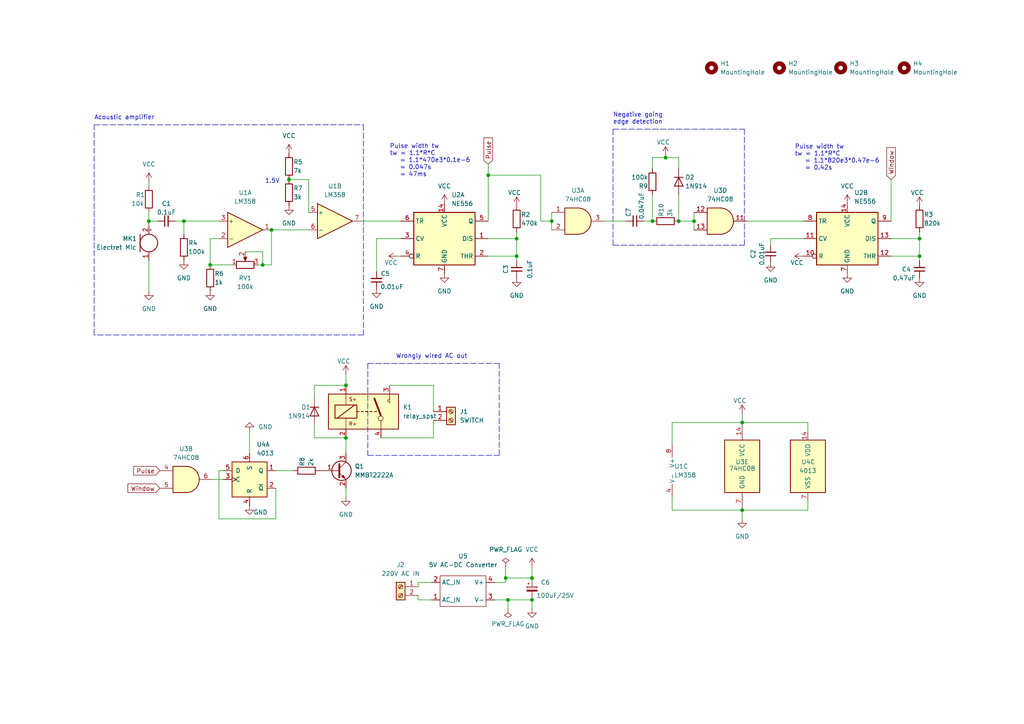
<source format=kicad_sch>
(kicad_sch (version 20231120) (generator "eeschema") (generator_version "8.0")
  (paper "A4")
  (title_block (title "Clap clap on/off switch") (date "2022-05-23") (rev "1.1") (company "Designed by Byoungsoo Lee") (comment 1 "Design changed for using 74HC08 AND gates") (comment 2 "v1.1"))
  (lib_symbols
    (symbol "4xxx:4013" (pin_names (offset 1.016))
      (property "Reference" "U" (at -7.62 8.89 0))
      (property "Value" "4013" (at -7.62 -8.89 0))
      (symbol "4013_1_1"
        (rectangle (start -5.08 5.08) (end 5.08 -5.08) (stroke (width 0.254)) (fill (type background)))
        (pin output line (at 7.62 2.54 180) (length 2.54) (name "Q") (number "1"))
        (pin output line (at 7.62 -2.54 180) (length 2.54) (name "~{Q}") (number "2"))
        (pin input clock (at -7.62 0 0) (length 2.54) (name "C") (number "3"))
        (pin input line (at 0 -7.62 90) (length 2.54) (name "R") (number "4"))
        (pin input line (at -7.62 2.54 0) (length 2.54) (name "D") (number "5"))
        (pin input line (at 0 7.62 270) (length 2.54) (name "S") (number "6"))
      )
      (symbol "4013_2_1"
        (rectangle (start -5.08 5.08) (end 5.08 -5.08) (stroke (width 0.254)) (fill (type background)))
        (pin input line (at 0 -7.62 90) (length 2.54) (name "R") (number "10"))
        (pin input clock (at -7.62 0 0) (length 2.54) (name "C") (number "11"))
        (pin output line (at 7.62 -2.54 180) (length 2.54) (name "~{Q}") (number "12"))
        (pin output line (at 7.62 2.54 180) (length 2.54) (name "Q") (number "13"))
        (pin input line (at 0 7.62 270) (length 2.54) (name "S") (number "8"))
        (pin input line (at -7.62 2.54 0) (length 2.54) (name "D") (number "9"))
      )
      (symbol "4013_3_0"
        (pin power_in line (at 0 10.16 270) (length 2.54) (name "VDD") (number "14"))
        (pin power_in line (at 0 -10.16 90) (length 2.54) (name "VSS") (number "7"))
      )
      (symbol "4013_3_1"
        (rectangle (start -5.08 7.62) (end 5.08 -7.62) (stroke (width 0.254)) (fill (type background)))
      )
    )
    (symbol "Amplifier_Operational:LM358" (pin_names (offset 0.127))
      (property "Reference" "U" (at 0 5.08 0))
      (property "Value" "LM358" (at 0 -5.08 0))
      (symbol "LM358_1_1"
        (polyline (pts (xy -5.08 5.08) (xy 5.08 0) (xy -5.08 -5.08) (xy -5.08 5.08)) (stroke (width 0.254)) (fill (type background)))
        (pin output line (at 7.62 0 180) (length 2.54) (name "~") (number "1"))
        (pin input line (at -7.62 -2.54 0) (length 2.54) (name "-") (number "2"))
        (pin input line (at -7.62 2.54 0) (length 2.54) (name "+") (number "3"))
      )
      (symbol "LM358_2_1"
        (polyline (pts (xy -5.08 5.08) (xy 5.08 0) (xy -5.08 -5.08) (xy -5.08 5.08)) (stroke (width 0.254)) (fill (type background)))
        (pin input line (at -7.62 2.54 0) (length 2.54) (name "+") (number "5"))
        (pin input line (at -7.62 -2.54 0) (length 2.54) (name "-") (number "6"))
        (pin output line (at 7.62 0 180) (length 2.54) (name "~") (number "7"))
      )
      (symbol "LM358_3_1"
        (pin power_in line (at -2.54 -7.62 90) (length 3.81) (name "V-") (number "4"))
        (pin power_in line (at -2.54 7.62 270) (length 3.81) (name "V+") (number "8"))
      )
    )
    (symbol "Connector:Screw_Terminal_01x02" (pin_names (offset 1.016) hide)
      (property "Reference" "J" (at 0 2.54 0))
      (property "Value" "Screw_Terminal_01x02" (at 0 -5.08 0))
      (symbol "Screw_Terminal_01x02_1_1"
        (rectangle (start -1.27 1.27) (end 1.27 -3.81) (stroke (width 0.254)) (fill (type background)))
        (circle (center 0 -2.54) (radius 0.635) (stroke (width 0.1524)))
        (polyline (pts (xy -0.5334 -2.2098) (xy 0.3302 -3.048)) (stroke (width 0.1524)))
        (polyline (pts (xy -0.5334 0.3302) (xy 0.3302 -0.508)) (stroke (width 0.1524)))
        (polyline (pts (xy -0.3556 -2.032) (xy 0.508 -2.8702)) (stroke (width 0.1524)))
        (polyline (pts (xy -0.3556 0.508) (xy 0.508 -0.3302)) (stroke (width 0.1524)))
        (circle (center 0 0) (radius 0.635) (stroke (width 0.1524)))
        (pin passive line (at -5.08 0 0) (length 3.81) (name "Pin_1") (number "1"))
        (pin passive line (at -5.08 -2.54 0) (length 3.81) (name "Pin_2") (number "2"))
      )
    )
    (symbol "Device:C_Polarized_Small" (pin_numbers hide) (pin_names (offset 0.254) hide)
      (property "Reference" "C" (at 0.254 1.778 0))
      (property "Value" "C_Polarized_Small" (at 0.254 -2.032 0))
      (symbol "C_Polarized_Small_0_1"
        (rectangle (start -1.524 -0.3048) (end 1.524 -0.6858) (fill (type outline)))
        (rectangle (start -1.524 0.6858) (end 1.524 0.3048))
        (polyline (pts (xy -1.27 1.524) (xy -0.762 1.524)))
        (polyline (pts (xy -1.016 1.27) (xy -1.016 1.778)))
      )
      (symbol "C_Polarized_Small_1_1"
        (pin passive line (at 0 2.54 270) (length 1.8542) (name "~") (number "1"))
        (pin passive line (at 0 -2.54 90) (length 1.8542) (name "~") (number "2"))
      )
    )
    (symbol "Device:C_Small" (pin_numbers hide) (pin_names (offset 0.254) hide)
      (property "Reference" "C" (at 0.254 1.778 0))
      (property "Value" "C_Small" (at 0.254 -2.032 0))
      (symbol "C_Small_0_1"
        (polyline (pts (xy -1.524 -0.508) (xy 1.524 -0.508)) (stroke (width 0.3302)))
        (polyline (pts (xy -1.524 0.508) (xy 1.524 0.508)) (stroke (width 0.3048)))
      )
      (symbol "C_Small_1_1"
        (pin passive line (at 0 2.54 270) (length 2.032) (name "~") (number "1"))
        (pin passive line (at 0 -2.54 90) (length 2.032) (name "~") (number "2"))
      )
    )
    (symbol "Device:Microphone" (pin_names (offset 0.0254) hide)
      (property "Reference" "MK" (at -3.81 1.27 0))
      (property "Value" "Microphone" (at -3.81 -0.635 0))
      (symbol "Microphone_0_1"
        (polyline (pts (xy -2.54 2.54) (xy -2.54 -2.54)) (stroke (width 0.254)))
        (polyline (pts (xy 0.254 3.81) (xy 0.762 3.81)))
        (polyline (pts (xy 0.508 4.064) (xy 0.508 3.556)))
        (circle (center 0 0) (radius 2.54) (stroke (width 0.254)))
      )
      (symbol "Microphone_1_1"
        (pin passive line (at 0 -5.08 90) (length 2.54) (name "-") (number "1"))
        (pin passive line (at 0 5.08 270) (length 2.54) (name "+") (number "2"))
      )
    )
    (symbol "Device:Q_NPN_BEC" (pin_names (offset 0) hide)
      (property "Reference" "Q" (at 5.08 1.27 0))
      (property "Value" "Q_NPN_BEC" (at 5.08 -1.27 0))
      (symbol "Q_NPN_BEC_0_1"
        (polyline (pts (xy 0.635 0.635) (xy 2.54 2.54)))
        (polyline (pts (xy 0.635 -0.635) (xy 2.54 -2.54) (xy 2.54 -2.54)))
        (polyline (pts (xy 0.635 1.905) (xy 0.635 -1.905) (xy 0.635 -1.905)) (stroke (width 0.508)))
        (polyline (pts (xy 1.27 -1.778) (xy 1.778 -1.27) (xy 2.286 -2.286) (xy 1.27 -1.778) (xy 1.27 -1.778)) (fill (type outline)))
        (circle (center 1.27 0) (radius 2.8194) (stroke (width 0.254)))
      )
      (symbol "Q_NPN_BEC_1_1"
        (pin input line (at -5.08 0 0) (length 5.715) (name "B") (number "1"))
        (pin passive line (at 2.54 -5.08 90) (length 2.54) (name "E") (number "2"))
        (pin passive line (at 2.54 5.08 270) (length 2.54) (name "C") (number "3"))
      )
    )
    (symbol "Device:R" (pin_numbers hide) (pin_names (offset 0))
      (property "Reference" "R" (at 2.032 0 90))
      (property "Value" "R" (at 0 0 90))
      (symbol "R_0_1"
        (rectangle (start -1.016 -2.54) (end 1.016 2.54) (stroke (width 0.254)))
      )
      (symbol "R_1_1"
        (pin passive line (at 0 3.81 270) (length 1.27) (name "~") (number "1"))
        (pin passive line (at 0 -3.81 90) (length 1.27) (name "~") (number "2"))
      )
    )
    (symbol "Device:R_Potentiometer" (pin_names (offset 1.016) hide)
      (property "Reference" "RV" (at -4.445 0 90))
      (property "Value" "R_Potentiometer" (at -2.54 0 90))
      (symbol "R_Potentiometer_0_1"
        (polyline (pts (xy 2.54 0) (xy 1.524 0)))
        (polyline (pts (xy 1.143 0) (xy 2.286 0.508) (xy 2.286 -0.508) (xy 1.143 0)) (fill (type outline)))
        (rectangle (start 1.016 2.54) (end -1.016 -2.54) (stroke (width 0.254)))
      )
      (symbol "R_Potentiometer_1_1"
        (pin passive line (at 0 3.81 270) (length 1.27) (name "1") (number "1"))
        (pin passive line (at 3.81 0 180) (length 1.27) (name "2") (number "2"))
        (pin passive line (at 0 -3.81 90) (length 1.27) (name "3") (number "3"))
      )
    )
    (symbol "Diode:1N914" (pin_numbers hide) (pin_names (offset 1.016) hide)
      (property "Reference" "D" (at 0 2.54 0))
      (property "Value" "1N914" (at 0 -2.54 0))
      (symbol "1N914_0_1"
        (polyline (pts (xy -1.27 1.27) (xy -1.27 -1.27)) (stroke (width 0.254)))
        (polyline (pts (xy 1.27 0) (xy -1.27 0)))
        (polyline (pts (xy 1.27 1.27) (xy 1.27 -1.27) (xy -1.27 0) (xy 1.27 1.27)) (stroke (width 0.254)))
      )
      (symbol "1N914_1_1"
        (pin passive line (at -3.81 0 0) (length 2.54) (name "K") (number "1"))
        (pin passive line (at 3.81 0 180) (length 2.54) (name "A") (number "2"))
      )
    )
    (symbol "Mechanical:MountingHole" (pin_names (offset 1.016))
      (property "Reference" "H" (at 0 5.08 0))
      (property "Value" "MountingHole" (at 0 3.175 0))
      (symbol "MountingHole_0_1"
        (circle (center 0 0) (radius 1.27) (stroke (width 1.27)))
      )
    )
    (symbol "Timer:NE556"
      (property "Reference" "U" (at -10.16 8.89 0))
      (property "Value" "NE556" (at -10.16 -8.89 0))
      (symbol "NE556_0_0"
        (pin power_in line (at 0 10.16 270) (length 2.54) (name "VCC") (number "14"))
        (pin power_in line (at 0 -10.16 90) (length 2.54) (name "GND") (number "7"))
      )
      (symbol "NE556_0_1"
        (rectangle (start -8.89 -7.62) (end 8.89 7.62) (stroke (width 0.254)) (fill (type background)))
        (rectangle (start -8.89 -7.62) (end 8.89 7.62) (stroke (width 0.254)) (fill (type background)))
      )
      (symbol "NE556_1_1"
        (pin input line (at 12.7 0 180) (length 3.81) (name "DIS") (number "1"))
        (pin input line (at 12.7 -5.08 180) (length 3.81) (name "THR") (number "2"))
        (pin input line (at -12.7 0 0) (length 3.81) (name "CV") (number "3"))
        (pin input inverted (at -12.7 -5.08 0) (length 3.81) (name "R") (number "4"))
        (pin output line (at 12.7 5.08 180) (length 3.81) (name "Q") (number "5"))
        (pin input line (at -12.7 5.08 0) (length 3.81) (name "TR") (number "6"))
      )
      (symbol "NE556_2_1"
        (pin input inverted (at -12.7 -5.08 0) (length 3.81) (name "R") (number "10"))
        (pin input line (at -12.7 0 0) (length 3.81) (name "CV") (number "11"))
        (pin input line (at 12.7 -5.08 180) (length 3.81) (name "THR") (number "12"))
        (pin input line (at 12.7 0 180) (length 3.81) (name "DIS") (number "13"))
        (pin input line (at -12.7 5.08 0) (length 3.81) (name "TR") (number "8"))
        (pin output line (at 12.7 5.08 180) (length 3.81) (name "Q") (number "9"))
      )
    )
    (symbol "alib:74HC08" (pin_names (offset 1.016))
      (property "Reference" "U" (at 0 1.27 0))
      (property "Value" "74HC08" (at 0 -0.635 0))
      (symbol "74HC08_1_1"
        (arc (start 0 -3.81) (mid 3.7934 0) (end 0 3.81) (stroke (width 0.254)) (fill (type background)))
        (polyline (pts (xy 0 3.81) (xy -3.81 3.81) (xy -3.81 -3.81) (xy 0 -3.81)) (stroke (width 0.254)) (fill (type background)))
        (pin input line (at -7.62 2.54 0) (length 3.81) (name "~") (number "1"))
        (pin input line (at -7.62 -2.54 0) (length 3.81) (name "~") (number "2"))
        (pin output line (at 7.62 0 180) (length 3.81) (name "~") (number "3"))
      )
      (symbol "74HC08_1_2"
        (arc (start -3.81 -3.81) (mid -2.589 0) (end -3.81 3.81) (stroke (width 0.254)))
        (arc (start -0.6096 -3.81) (mid 2.1855 -2.584) (end 3.81 0) (stroke (width 0.254)) (fill (type background)))
        (polyline (pts (xy -3.81 -3.81) (xy -0.635 -3.81)) (stroke (width 0.254)) (fill (type background)))
        (polyline (pts (xy -3.81 3.81) (xy -0.635 3.81)) (stroke (width 0.254)) (fill (type background)))
        (polyline (pts (xy -0.635 3.81) (xy -3.81 3.81) (xy -3.81 3.81) (xy -3.556 3.4036) (xy -3.0226 2.2606) (xy -2.6924 1.0414) (xy -2.6162 -0.254) (xy -2.7686 -1.4986) (xy -3.175 -2.7178) (xy -3.81 -3.81) (xy -3.81 -3.81) (xy -0.635 -3.81)) (stroke (width -25.4)) (fill (type background)))
        (arc (start 3.81 0) (mid 2.1928 2.5925) (end -0.6096 3.81) (stroke (width 0.254)) (fill (type background)))
        (pin input inverted (at -7.62 2.54 0) (length 4.318) (name "~") (number "1"))
        (pin input inverted (at -7.62 -2.54 0) (length 4.318) (name "~") (number "2"))
        (pin output line (at 7.62 0 180) (length 3.81) (name "~") (number "3"))
      )
      (symbol "74HC08_2_1"
        (arc (start 0 -3.81) (mid 3.7934 0) (end 0 3.81) (stroke (width 0.254)) (fill (type background)))
        (polyline (pts (xy 0 3.81) (xy -3.81 3.81) (xy -3.81 -3.81) (xy 0 -3.81)) (stroke (width 0.254)) (fill (type background)))
        (pin input line (at -7.62 2.54 0) (length 3.81) (name "~") (number "4"))
        (pin input line (at -7.62 -2.54 0) (length 3.81) (name "~") (number "5"))
        (pin output line (at 7.62 0 180) (length 3.81) (name "~") (number "6"))
      )
      (symbol "74HC08_2_2"
        (arc (start -3.81 -3.81) (mid -2.589 0) (end -3.81 3.81) (stroke (width 0.254)))
        (arc (start -0.6096 -3.81) (mid 2.1855 -2.584) (end 3.81 0) (stroke (width 0.254)) (fill (type background)))
        (polyline (pts (xy -3.81 -3.81) (xy -0.635 -3.81)) (stroke (width 0.254)) (fill (type background)))
        (polyline (pts (xy -3.81 3.81) (xy -0.635 3.81)) (stroke (width 0.254)) (fill (type background)))
        (polyline (pts (xy -0.635 3.81) (xy -3.81 3.81) (xy -3.81 3.81) (xy -3.556 3.4036) (xy -3.0226 2.2606) (xy -2.6924 1.0414) (xy -2.6162 -0.254) (xy -2.7686 -1.4986) (xy -3.175 -2.7178) (xy -3.81 -3.81) (xy -3.81 -3.81) (xy -0.635 -3.81)) (stroke (width -25.4)) (fill (type background)))
        (arc (start 3.81 0) (mid 2.1928 2.5925) (end -0.6096 3.81) (stroke (width 0.254)) (fill (type background)))
        (pin input inverted (at -7.62 2.54 0) (length 4.318) (name "~") (number "4"))
        (pin input inverted (at -7.62 -2.54 0) (length 4.318) (name "~") (number "5"))
        (pin output line (at 7.62 0 180) (length 3.81) (name "~") (number "6"))
      )
      (symbol "74HC08_3_1"
        (arc (start 0 -3.81) (mid 3.7934 0) (end 0 3.81) (stroke (width 0.254)) (fill (type background)))
        (polyline (pts (xy 0 3.81) (xy -3.81 3.81) (xy -3.81 -3.81) (xy 0 -3.81)) (stroke (width 0.254)) (fill (type background)))
        (pin input line (at -7.62 -2.54 0) (length 3.81) (name "~") (number "10"))
        (pin output line (at 7.62 0 180) (length 3.81) (name "~") (number "8"))
        (pin input line (at -7.62 2.54 0) (length 3.81) (name "~") (number "9"))
      )
      (symbol "74HC08_3_2"
        (arc (start -3.81 -3.81) (mid -2.589 0) (end -3.81 3.81) (stroke (width 0.254)))
        (arc (start -0.6096 -3.81) (mid 2.1855 -2.584) (end 3.81 0) (stroke (width 0.254)) (fill (type background)))
        (polyline (pts (xy -3.81 -3.81) (xy -0.635 -3.81)) (stroke (width 0.254)) (fill (type background)))
        (polyline (pts (xy -3.81 3.81) (xy -0.635 3.81)) (stroke (width 0.254)) (fill (type background)))
        (polyline (pts (xy -0.635 3.81) (xy -3.81 3.81) (xy -3.81 3.81) (xy -3.556 3.4036) (xy -3.0226 2.2606) (xy -2.6924 1.0414) (xy -2.6162 -0.254) (xy -2.7686 -1.4986) (xy -3.175 -2.7178) (xy -3.81 -3.81) (xy -3.81 -3.81) (xy -0.635 -3.81)) (stroke (width -25.4)) (fill (type background)))
        (arc (start 3.81 0) (mid 2.1928 2.5925) (end -0.6096 3.81) (stroke (width 0.254)) (fill (type background)))
        (pin input inverted (at -7.62 -2.54 0) (length 4.318) (name "~") (number "10"))
        (pin output line (at 7.62 0 180) (length 3.81) (name "~") (number "8"))
        (pin input inverted (at -7.62 2.54 0) (length 4.318) (name "~") (number "9"))
      )
      (symbol "74HC08_4_1"
        (arc (start 0 -3.81) (mid 3.7934 0) (end 0 3.81) (stroke (width 0.254)) (fill (type background)))
        (polyline (pts (xy 0 3.81) (xy -3.81 3.81) (xy -3.81 -3.81) (xy 0 -3.81)) (stroke (width 0.254)) (fill (type background)))
        (pin output line (at 7.62 0 180) (length 3.81) (name "~") (number "11"))
        (pin input line (at -7.62 2.54 0) (length 3.81) (name "~") (number "12"))
        (pin input line (at -7.62 -2.54 0) (length 3.81) (name "~") (number "13"))
      )
      (symbol "74HC08_4_2"
        (arc (start -3.81 -3.81) (mid -2.589 0) (end -3.81 3.81) (stroke (width 0.254)))
        (arc (start -0.6096 -3.81) (mid 2.1855 -2.584) (end 3.81 0) (stroke (width 0.254)) (fill (type background)))
        (polyline (pts (xy -3.81 -3.81) (xy -0.635 -3.81)) (stroke (width 0.254)) (fill (type background)))
        (polyline (pts (xy -3.81 3.81) (xy -0.635 3.81)) (stroke (width 0.254)) (fill (type background)))
        (polyline (pts (xy -0.635 3.81) (xy -3.81 3.81) (xy -3.81 3.81) (xy -3.556 3.4036) (xy -3.0226 2.2606) (xy -2.6924 1.0414) (xy -2.6162 -0.254) (xy -2.7686 -1.4986) (xy -3.175 -2.7178) (xy -3.81 -3.81) (xy -3.81 -3.81) (xy -0.635 -3.81)) (stroke (width -25.4)) (fill (type background)))
        (arc (start 3.81 0) (mid 2.1928 2.5925) (end -0.6096 3.81) (stroke (width 0.254)) (fill (type background)))
        (pin output line (at 7.62 0 180) (length 3.81) (name "~") (number "11"))
        (pin input inverted (at -7.62 2.54 0) (length 4.318) (name "~") (number "12"))
        (pin input inverted (at -7.62 -2.54 0) (length 4.318) (name "~") (number "13"))
      )
      (symbol "74HC08_5_0"
        (pin power_in line (at 0 12.7 270) (length 5.08) (name "VCC") (number "14"))
        (pin power_in line (at 0 -12.7 90) (length 5.08) (name "GND") (number "7"))
      )
      (symbol "74HC08_5_1"
        (rectangle (start -5.08 7.62) (end 5.08 -7.62) (stroke (width 0.254)) (fill (type background)))
      )
    )
    (symbol "alib:AC-DC_Hi_Link"
      (property "Reference" "U" (at 0 5.905 0))
      (property "Value" "AC-DC_Hi_Link" (at 0 0 0))
      (symbol "AC-DC_Hi_Link_0_1"
        (polyline (pts (xy -6.985 -4.445) (xy 6.35 -4.445) (xy 6.35 4.445) (xy -6.985 4.445) (xy -6.985 -4.445)))
      )
      (symbol "AC-DC_Hi_Link_1_1"
        (pin input line (at -9.525 -2.54 0) (length 2.54) (name "AC_IN") (number "1"))
        (pin input line (at -9.525 2.54 0) (length 2.54) (name "AC_IN") (number "2"))
        (pin input line (at 8.89 -2.54 180) (length 2.54) (name "V-") (number "3"))
        (pin input line (at 8.89 2.54 180) (length 2.54) (name "V+") (number "4"))
      )
    )
    (symbol "alib:relay_spst"
      (property "Reference" "K" (at 11.43 2.81 0))
      (property "Value" "relay_spst" (at 15.47 -3.23 0))
      (symbol "relay_spst_0_1"
        (circle (center 5 -2) (radius 0.7071))
      )
      (symbol "relay_spst_1_1"
        (rectangle (start -10.16 5.08) (end 10.16 -5.08) (stroke (width 0.254)) (fill (type background)))
        (rectangle (start -8.255 1.905) (end -1.905 -1.905) (stroke (width 0.254)))
        (polyline (pts (xy -7.62 -1.905) (xy -2.54 1.905)) (stroke (width 0.254)))
        (polyline (pts (xy -5.08 -5.08) (xy -5.08 -1.905)))
        (polyline (pts (xy -5.08 5.08) (xy -5.08 1.905)))
        (polyline (pts (xy -1.905 0) (xy -1.27 0)) (stroke (width 0.254)))
        (polyline (pts (xy -0.635 0) (xy 0 0)) (stroke (width 0.254)))
        (polyline (pts (xy 0.635 0) (xy 1.27 0)) (stroke (width 0.254)))
        (polyline (pts (xy 0.635 0) (xy 1.27 0)) (stroke (width 0.254)))
        (polyline (pts (xy 1.905 0) (xy 2.54 0)) (stroke (width 0.254)))
        (polyline (pts (xy 3.175 0) (xy 3.81 0)) (stroke (width 0.254)))
        (polyline (pts (xy 5 -1) (xy 3.175 3.81)) (stroke (width 0.508)))
        (polyline (pts (xy 5.08 -2.54) (xy 5.08 -5.08)))
        (polyline (pts (xy 7.62 3.81) (xy 7.62 5.08)))
        (polyline (pts (xy 7.62 3.81) (xy 7.62 2.54) (xy 6.985 3.175) (xy 7.62 3.81)))
        (text "R+" (at -3.048 -3.556 0) (effects (font (size 1.016 1.016))))
        (text "S+" (at -3.048 3.556 0) (effects (font (size 1.016 1.016))))
        (pin passive line (at -5.08 7.62 270) (length 2.54) (name "~") (number "1"))
        (pin passive line (at -5.08 -7.62 90) (length 2.54) (name "~") (number "2"))
        (pin passive line (at 7.62 7.62 270) (length 2.54) (name "~") (number "3"))
        (pin passive line (at 5.08 -7.62 90) (length 2.54) (name "~") (number "4"))
      )
    )
    (symbol "power:GND" (power) (pin_names (offset 0))
      (property "Value" "GND" (at 0 -3.81 0))
      (symbol "GND_0_1"
        (polyline (pts (xy 0 0) (xy 0 -1.27) (xy 1.27 -1.27) (xy 0 -2.54) (xy -1.27 -1.27) (xy 0 -1.27)))
      )
      (symbol "GND_1_1"
        (pin power_in line (at 0 0 270) (length 0) hide (name "GND") (number "1"))
      )
    )
    (symbol "power:PWR_FLAG" (power) (pin_numbers hide) (pin_names (offset 0) hide)
      (property "Value" "PWR_FLAG" (at 0 3.81 0))
      (symbol "PWR_FLAG_0_0"
        (pin power_out line (at 0 0 90) (length 0) (name "pwr") (number "1"))
      )
      (symbol "PWR_FLAG_0_1"
        (polyline (pts (xy 0 0) (xy 0 1.27) (xy -1.016 1.905) (xy 0 2.54) (xy 1.016 1.905) (xy 0 1.27)))
      )
    )
    (symbol "power:VCC" (power) (pin_names (offset 0))
      (property "Value" "VCC" (at 0 3.81 0))
      (symbol "VCC_0_1"
        (polyline (pts (xy -0.762 1.27) (xy 0 2.54)))
        (polyline (pts (xy 0 0) (xy 0 2.54)))
        (polyline (pts (xy 0 2.54) (xy 0.762 1.27)))
      )
      (symbol "VCC_1_1"
        (pin power_in line (at 0 0 90) (length 0) hide (name "VCC") (number "1"))
      )
    )
  )
  (junction (at 76.2 76.835))
  (junction (at 266.7 69.215))
  (junction (at 100.33 111.76))
  (junction (at 215.265 147.955))
  (junction (at 78.74 66.675))
  (junction (at 154.305 167.64))
  (junction (at 154.305 173.99))
  (junction (at 215.265 122.555))
  (junction (at 193.04 45.72))
  (junction (at 100.33 127))
  (junction (at 201.295 64.135))
  (junction (at 141.605 50.8))
  (junction (at 149.86 74.295))
  (junction (at 189.23 64.135))
  (junction (at 149.86 69.215))
  (junction (at 160.02 64.135))
  (junction (at 147.32 173.99))
  (junction (at 60.96 76.835))
  (junction (at 83.82 52.07))
  (junction (at 53.34 64.135))
  (junction (at 266.7 74.295))
  (junction (at 43.18 64.135))
  (junction (at 196.85 64.135))
  (junction (at 146.685 167.64))
  (wire (pts (xy 72.39 125.095) (xy 72.39 131.445)))
  (wire (pts (xy 154.305 173.99) (xy 154.305 176.53)))
  (wire (pts (xy 156.845 64.135) (xy 156.845 50.8)))
  (wire (pts (xy 89.535 52.07) (xy 83.82 52.07)))
  (wire (pts (xy 141.605 50.8) (xy 141.605 64.135)))
  (wire (pts (xy 85.09 136.525) (xy 80.01 136.525)))
  (wire (pts (xy 78.74 66.675) (xy 78.74 76.835)))
  (wire (pts (xy 223.52 69.215) (xy 223.52 71.12)))
  (wire (pts (xy 143.51 173.99) (xy 147.32 173.99)))
  (wire (pts (xy 116.205 74.295) (xy 115.316 74.295)))
  (wire (pts (xy 78.74 76.835) (xy 76.2 76.835)))
  (polyline (pts (xy 105.41 36.195) (xy 105.41 97.155)) (stroke (width 0) (type dash)))
  (polyline (pts (xy 144.78 132.08) (xy 144.78 105.41)) (stroke (width 0) (type dash)))
  (wire (pts (xy 160.02 61.595) (xy 160.02 64.135)))
  (wire (pts (xy 193.04 45.72) (xy 189.23 45.72)))
  (wire (pts (xy 143.51 168.91) (xy 146.685 168.91)))
  (wire (pts (xy 78.74 66.675) (xy 89.535 66.675)))
  (wire (pts (xy 43.18 61.595) (xy 43.18 64.135)))
  (wire (pts (xy 194.945 144.145) (xy 194.945 147.955)))
  (wire (pts (xy 194.945 147.955) (xy 215.265 147.955)))
  (wire (pts (xy 189.23 56.515) (xy 189.23 64.135)))
  (polyline (pts (xy 27.305 97.155) (xy 27.305 36.195)) (stroke (width 0) (type dash)))
  (wire (pts (xy 110.49 127) (xy 125.73 127)))
  (wire (pts (xy 71.12 73.025) (xy 76.2 73.025)))
  (wire (pts (xy 193.04 45.085) (xy 193.04 45.72)))
  (wire (pts (xy 121.285 173.99) (xy 125.095 173.99)))
  (wire (pts (xy 125.73 111.76) (xy 125.73 119.38)))
  (wire (pts (xy 113.03 111.76) (xy 125.73 111.76)))
  (wire (pts (xy 141.605 47.625) (xy 141.605 50.8)))
  (wire (pts (xy 80.01 141.605) (xy 80.01 150.495)))
  (wire (pts (xy 104.775 64.135) (xy 116.205 64.135)))
  (wire (pts (xy 156.845 50.8) (xy 141.605 50.8)))
  (wire (pts (xy 233.045 69.215) (xy 223.52 69.215)))
  (wire (pts (xy 91.186 111.76) (xy 100.33 111.76)))
  (wire (pts (xy 234.315 125.095) (xy 234.315 122.555)))
  (wire (pts (xy 258.445 52.07) (xy 258.445 64.135)))
  (wire (pts (xy 146.685 167.64) (xy 154.305 167.64)))
  (wire (pts (xy 43.18 75.565) (xy 43.18 84.455)))
  (wire (pts (xy 149.86 75.565) (xy 149.86 74.295)))
  (wire (pts (xy 91.186 127) (xy 100.33 127)))
  (wire (pts (xy 258.445 69.215) (xy 266.7 69.215)))
  (wire (pts (xy 234.315 122.555) (xy 215.265 122.555)))
  (wire (pts (xy 266.7 67.31) (xy 266.7 69.215)))
  (wire (pts (xy 100.33 108.585) (xy 100.33 111.76)))
  (wire (pts (xy 215.265 120.015) (xy 215.265 122.555)))
  (polyline (pts (xy 106.68 132.08) (xy 144.78 132.08)) (stroke (width 0) (type dash)))
  (polyline (pts (xy 27.305 36.195) (xy 105.41 36.195)) (stroke (width 0) (type dash)))
  (wire (pts (xy 141.605 74.295) (xy 149.86 74.295)))
  (wire (pts (xy 149.86 67.31) (xy 149.86 69.215)))
  (wire (pts (xy 125.095 168.91) (xy 121.285 168.91)))
  (wire (pts (xy 80.01 150.495) (xy 63.5 150.495)))
  (wire (pts (xy 196.85 48.895) (xy 196.85 45.72)))
  (wire (pts (xy 154.305 164.465) (xy 154.305 167.64)))
  (polyline (pts (xy 106.68 105.41) (xy 106.68 132.08)) (stroke (width 0) (type dash)))
  (wire (pts (xy 146.685 168.91) (xy 146.685 167.64)))
  (wire (pts (xy 196.85 64.135) (xy 201.295 64.135)))
  (wire (pts (xy 91.186 115.57) (xy 91.186 111.76)))
  (polyline (pts (xy 215.9 71.12) (xy 215.9 37.465)) (stroke (width 0) (type dash)))
  (wire (pts (xy 121.285 168.91) (xy 121.285 170.18)))
  (wire (pts (xy 76.2 73.025) (xy 76.2 76.835)))
  (wire (pts (xy 61.595 139.065) (xy 64.77 139.065)))
  (wire (pts (xy 53.34 64.135) (xy 53.34 67.945)))
  (wire (pts (xy 186.69 64.135) (xy 189.23 64.135)))
  (wire (pts (xy 194.945 128.905) (xy 194.945 122.555)))
  (wire (pts (xy 154.305 167.64) (xy 154.305 168.275)))
  (wire (pts (xy 63.5 136.525) (xy 64.77 136.525)))
  (wire (pts (xy 63.5 69.215) (xy 60.96 69.215)))
  (polyline (pts (xy 177.8 71.12) (xy 215.9 71.12)) (stroke (width 0) (type dash)))
  (wire (pts (xy 258.445 74.295) (xy 266.7 74.295)))
  (wire (pts (xy 149.86 69.215) (xy 149.86 74.295)))
  (wire (pts (xy 125.73 127) (xy 125.73 121.92)))
  (wire (pts (xy 141.605 69.215) (xy 149.86 69.215)))
  (polyline (pts (xy 106.68 105.41) (xy 144.78 105.41)) (stroke (width 0) (type dash)))
  (polyline (pts (xy 177.8 37.465) (xy 177.8 71.12)) (stroke (width 0) (type dash)))
  (wire (pts (xy 215.265 147.955) (xy 234.315 147.955)))
  (polyline (pts (xy 105.41 97.155) (xy 27.305 97.155)) (stroke (width 0) (type dash)))
  (wire (pts (xy 91.186 127) (xy 91.186 123.19)))
  (wire (pts (xy 76.2 76.835) (xy 74.93 76.835)))
  (wire (pts (xy 43.18 52.705) (xy 43.18 53.975)))
  (wire (pts (xy 116.205 69.215) (xy 109.22 69.215)))
  (wire (pts (xy 121.285 172.72) (xy 121.285 173.99)))
  (polyline (pts (xy 177.8 37.465) (xy 215.9 37.465)) (stroke (width 0) (type dash)))
  (wire (pts (xy 89.535 61.595) (xy 89.535 52.07)))
  (wire (pts (xy 63.5 136.525) (xy 63.5 150.495)))
  (wire (pts (xy 215.265 147.955) (xy 215.265 150.495)))
  (wire (pts (xy 201.295 61.595) (xy 201.295 64.135)))
  (wire (pts (xy 109.22 69.215) (xy 109.22 78.74)))
  (wire (pts (xy 100.33 127) (xy 100.33 131.445)))
  (wire (pts (xy 266.7 75.565) (xy 266.7 74.295)))
  (wire (pts (xy 175.26 64.135) (xy 181.61 64.135)))
  (wire (pts (xy 43.18 64.135) (xy 45.72 64.135)))
  (wire (pts (xy 194.945 122.555) (xy 215.265 122.555)))
  (wire (pts (xy 100.33 144.145) (xy 100.33 141.605)))
  (wire (pts (xy 147.32 173.99) (xy 154.305 173.99)))
  (wire (pts (xy 266.7 69.215) (xy 266.7 74.295)))
  (wire (pts (xy 53.34 64.135) (xy 63.5 64.135)))
  (wire (pts (xy 154.305 173.355) (xy 154.305 173.99)))
  (wire (pts (xy 146.685 167.64) (xy 146.685 164.465)))
  (wire (pts (xy 193.04 45.72) (xy 196.85 45.72)))
  (wire (pts (xy 43.18 64.135) (xy 43.18 65.405)))
  (wire (pts (xy 189.23 45.72) (xy 189.23 48.895)))
  (wire (pts (xy 147.32 173.99) (xy 147.32 176.53)))
  (wire (pts (xy 50.8 64.135) (xy 53.34 64.135)))
  (wire (pts (xy 156.845 64.135) (xy 160.02 64.135)))
  (wire (pts (xy 216.535 64.135) (xy 233.045 64.135)))
  (wire (pts (xy 67.31 76.835) (xy 60.96 76.835)))
  (wire (pts (xy 196.85 56.515) (xy 196.85 64.135)))
  (wire (pts (xy 201.295 64.135) (xy 201.295 66.675)))
  (wire (pts (xy 234.315 147.955) (xy 234.315 145.415)))
  (wire (pts (xy 60.96 69.215) (xy 60.96 76.835)))
  (wire (pts (xy 160.02 64.135) (xy 160.02 66.675)))
  (text "Pulse width tw\ntw = 1.1*R*C\n   = 1.1*820e3*0.47e-6\n   = 0.42s" (at 230.505 49.53 0) (effects (font (size 1.27 1.27)) (justify left bottom)))
  (text "Pulse width tw\ntw = 1.1*R*C\n   = 1.1*470e3*0.1e-6\n   = 0.047s\n   = 47ms" (at 113.03 51.435 0) (effects (font (size 1.27 1.27)) (justify left bottom)))
  (text "1.5V" (at 76.835 53.34 0) (effects (font (size 1.27 1.27)) (justify left bottom)))
  (text "Wrongly wired AC out" (at 114.808 104.14 0) (effects (font (size 1.27 1.27)) (justify left bottom)))
  (text "Negative going\nedge detection" (at 177.8 36.195 0) (effects (font (size 1.27 1.27)) (justify left bottom)))
  (text "Acoustic amplifier" (at 27.305 34.925 0) (effects (font (size 1.27 1.27)) (justify left bottom)))
  (global_label "Pulse" (shape input) (at 46.355 136.525 180) (property "Intersheetrefs" "${INTERSHEET_REFS}" (effects (hide yes))))
  (global_label "Window" (shape input) (at 46.355 141.605 180) (property "Intersheetrefs" "${INTERSHEET_REFS}" (effects (hide yes))))
  (global_label "Pulse" (shape input) (at 141.605 47.625 90) (property "Intersheetrefs" "${INTERSHEET_REFS}" (effects (hide yes))))
  (global_label "Window" (shape input) (at 258.445 52.07 90) (property "Intersheetrefs" "${INTERSHEET_REFS}" (effects (hide yes))))
  (symbol (lib_id "power:VCC") (at 128.905 59.055 0) (unit 1)
    (property "Reference" "#PWR02" (effects (hide yes)))
    (property "Value" "VCC" (at 128.905 53.975 0))
  )
  (symbol (lib_id "power:GND") (at 43.18 84.455 0) (unit 1)
    (property "Reference" "#PWR011" (effects (hide yes)))
    (property "Value" "GND" (at 43.18 89.535 0))
  )
  (symbol (lib_id "Diode:1N914") (at 91.186 119.38 270) (unit 1)
    (property "Reference" "D1" (at 87.376 118.11 90) (effects (justify left)))
    (property "Value" "1N914" (at 83.566 120.65 90) (effects (justify left)))
    (property "Footprint" "Diode_SMD:D_0805_2012Metric_Pad1.15x1.40mm_HandSolder" (effects (hide yes)))
    (property "Datasheet" "http://www.vishay.com/docs/85622/1n914.pdf" (effects (hide yes)))
  )
  (symbol (lib_id "power:VCC") (at 43.18 52.705 0) (unit 1)
    (property "Reference" "#PWR01" (effects (hide yes)))
    (property "Value" "VCC" (at 43.18 47.625 0))
  )
  (symbol (lib_id "Device:R") (at 266.7 63.5 0) (unit 1)
    (property "Reference" "R3" (at 267.97 62.23 0) (effects (justify left)))
    (property "Value" "820k" (at 267.97 64.77 0) (effects (justify left)))
    (property "Footprint" "Resistor_SMD:R_0805_2012Metric_Pad1.20x1.40mm_HandSolder" (effects (hide yes)))
  )
  (symbol (lib_id "power:GND") (at 266.7 80.645 0) (unit 1)
    (property "Reference" "#PWR016" (effects (hide yes)))
    (property "Value" "GND" (at 266.7 85.725 0))
  )
  (symbol (lib_id "Device:C_Small") (at 48.26 64.135 90) (unit 1)
    (property "Reference" "C1" (at 48.26 59.055 90))
    (property "Value" "0.1uF" (at 48.26 61.595 90))
    (property "Footprint" "Capacitor_SMD:C_0805_2012Metric_Pad1.18x1.45mm_HandSolder" (effects (hide yes)))
  )
  (symbol (lib_id "power:PWR_FLAG") (at 147.32 176.53 180) (unit 1)
    (property "Reference" "#FLG02" (effects (hide yes)))
    (property "Value" "PWR_FLAG" (at 147.32 180.975 0))
  )
  (symbol (lib_id "Connector:Screw_Terminal_01x02") (at 116.205 170.18 0) (mirror y) (unit 1)
    (property "Reference" "J2" (at 116.205 163.83 0))
    (property "Value" "220V AC IN" (at 116.205 166.37 0))
    (property "Footprint" "TestPoint:TestPoint_2Pads_Pitch5.08mm_Drill1.3mm" (effects (hide yes)))
  )
  (symbol (lib_id "power:GND") (at 100.33 144.145 0) (unit 1)
    (property "Reference" "#PWR022" (effects (hide yes)))
    (property "Value" "GND" (at 100.33 149.225 0))
  )
  (symbol (lib_id "alib:AC-DC_Hi_Link") (at 134.62 171.45 0) (unit 1)
    (property "Reference" "U5" (at 134.3025 161.29 0))
    (property "Value" "5V AC-DC Converter" (at 134.3025 163.83 0))
    (property "Footprint" "alib:AC-DC Hi Link" (effects (hide yes)))
  )
  (symbol (lib_id "Device:C_Polarized_Small") (at 154.305 170.815 0) (unit 1)
    (property "Reference" "C6" (at 156.845 168.91 0) (effects (justify left)))
    (property "Value" "100uF/25V" (at 155.575 172.72 0) (effects (justify left)))
    (property "Footprint" "Capacitor_THT:CP_Radial_D6.3mm_P2.50mm" (effects (hide yes)))
  )
  (symbol (lib_id "Mechanical:MountingHole") (at 262.255 19.685 0) (unit 1)
    (property "Reference" "H4" (at 264.795 18.4149 0) (effects (justify left)))
    (property "Value" "MountingHole" (at 264.795 20.9549 0) (effects (justify left)))
    (property "Footprint" "MountingHole:MountingHole_3.2mm_M3" (effects (hide yes)))
  )
  (symbol (lib_id "Device:C_Small") (at 223.52 73.66 180) (unit 1)
    (property "Reference" "C2" (at 218.44 73.66 90))
    (property "Value" "0.01uF" (at 220.98 73.66 90))
    (property "Footprint" "Capacitor_SMD:C_0805_2012Metric_Pad1.18x1.45mm_HandSolder" (effects (hide yes)))
  )
  (symbol (lib_id "alib:74HC08") (at 167.64 64.135 0) (unit 1)
    (property "Reference" "U3" (at 167.64 55.245 0))
    (property "Value" "74HC08" (at 167.64 57.785 0))
    (property "Footprint" "Package_SO:SOIC-14_3.9x8.7mm_P1.27mm" (effects (hide yes)))
    (property "Datasheet" "http://www.ti.com/lit/gpn/sn74ls08" (effects (hide yes)))
  )
  (symbol (lib_id "Mechanical:MountingHole") (at 226.06 19.685 0) (unit 1)
    (property "Reference" "H2" (at 228.6 18.4149 0) (effects (justify left)))
    (property "Value" "MountingHole" (at 228.6 20.9549 0) (effects (justify left)))
    (property "Footprint" "MountingHole:MountingHole_3.2mm_M3" (effects (hide yes)))
  )
  (symbol (lib_id "power:GND") (at 149.86 80.645 0) (unit 1)
    (property "Reference" "#PWR015" (effects (hide yes)))
    (property "Value" "GND" (at 149.86 85.725 0))
  )
  (symbol (lib_id "Device:R") (at 53.34 71.755 0) (unit 1)
    (property "Reference" "R4" (at 54.61 70.485 0) (effects (justify left)))
    (property "Value" "100k" (at 54.61 73.025 0) (effects (justify left)))
    (property "Footprint" "Resistor_SMD:R_0805_2012Metric_Pad1.20x1.40mm_HandSolder" (effects (hide yes)))
  )
  (symbol (lib_id "Diode:1N914") (at 196.85 52.705 270) (unit 1)
    (property "Reference" "D2" (at 198.755 51.435 90) (effects (justify left)))
    (property "Value" "1N914" (at 198.755 53.975 90) (effects (justify left)))
    (property "Footprint" "Diode_SMD:D_0805_2012Metric_Pad1.15x1.40mm_HandSolder" (effects (hide yes)))
    (property "Datasheet" "http://www.vishay.com/docs/85622/1n914.pdf" (effects (hide yes)))
  )
  (symbol (lib_id "power:VCC") (at 215.265 120.015 0) (unit 1)
    (property "Reference" "#PWR021" (effects (hide yes)))
    (property "Value" "VCC" (at 216.535 116.205 0) (effects (justify right)))
  )
  (symbol (lib_id "Timer:NE556") (at 128.905 69.215 0) (unit 1)
    (property "Reference" "U2" (at 130.9244 56.515 0) (effects (justify left)))
    (property "Value" "NE556" (at 130.9244 59.055 0) (effects (justify left)))
    (property "Footprint" "Package_SO:SO-14_5.3x10.2mm_P1.27mm" (effects (hide yes)))
    (property "Datasheet" "http://www.ti.com/lit/ds/symlink/ne556.pdf" (effects (hide yes)))
  )
  (symbol (lib_id "Device:R") (at 43.18 57.785 0) (unit 1)
    (property "Reference" "R1" (at 39.37 56.515 0) (effects (justify left)))
    (property "Value" "10k" (at 38.1 59.055 0) (effects (justify left)))
    (property "Footprint" "Resistor_SMD:R_0805_2012Metric_Pad1.20x1.40mm_HandSolder" (effects (hide yes)))
  )
  (symbol (lib_id "alib:74HC08") (at 215.265 135.255 0) (unit 5)
    (property "Reference" "U3" (at 215.265 133.985 0))
    (property "Value" "74HC08" (at 215.265 135.89 0))
    (property "Datasheet" "http://www.ti.com/lit/gpn/sn74ls08" (effects (hide yes)))
  )
  (symbol (lib_id "alib:relay_spst") (at 105.41 119.38 0) (unit 1)
    (property "Reference" "K1" (at 116.84 118.1099 0) (effects (justify left)))
    (property "Value" "relay_spst" (at 116.84 120.6499 0) (effects (justify left)))
    (property "Footprint" "alib:Relay_Omron" (effects (hide yes)))
    (property "Datasheet" "https://www.panasonic-electric-works.com/pew/es/downloads/ds_dw_hl_en.pdf" (effects (hide yes)))
  )
  (symbol (lib_id "power:GND") (at 154.305 176.53 0) (unit 1)
    (property "Reference" "#PWR026" (effects (hide yes)))
    (property "Value" "GND" (at 154.305 181.61 0))
  )
  (symbol (lib_id "power:GND") (at 60.96 84.455 0) (unit 1)
    (property "Reference" "#PWR012" (effects (hide yes)))
    (property "Value" "GND" (at 60.96 89.535 0))
  )
  (symbol (lib_id "Connector:Screw_Terminal_01x02") (at 130.81 119.38 0) (unit 1)
    (property "Reference" "J1" (at 133.35 119.3799 0) (effects (justify left)))
    (property "Value" "SWITCH" (at 133.35 121.9199 0) (effects (justify left)))
    (property "Footprint" "TestPoint:TestPoint_2Pads_Pitch5.08mm_Drill1.3mm" (effects (hide yes)))
  )
  (symbol (lib_id "Amplifier_Operational:LM358") (at 197.485 136.525 0) (unit 3)
    (property "Reference" "U1" (at 195.58 135.2549 0) (effects (justify left)))
    (property "Value" "LM358" (at 195.58 137.7949 0) (effects (justify left)))
    (property "Footprint" "Package_SO:SO-8_5.3x6.2mm_P1.27mm" (effects (hide yes)))
    (property "Datasheet" "http://www.ti.com/lit/ds/symlink/lm2904-n.pdf" (effects (hide yes)))
  )
  (symbol (lib_id "power:VCC") (at 100.33 108.585 0) (unit 1)
    (property "Reference" "#PWR019" (effects (hide yes)))
    (property "Value" "VCC" (at 101.6 104.775 0) (effects (justify right)))
  )
  (symbol (lib_id "Device:C_Small") (at 109.22 81.28 180) (unit 1)
    (property "Reference" "C5" (at 111.76 79.375 0))
    (property "Value" "0.01uF" (at 113.665 83.185 0))
    (property "Footprint" "Capacitor_SMD:C_0805_2012Metric_Pad1.18x1.45mm_HandSolder" (effects (hide yes)))
  )
  (symbol (lib_id "Mechanical:MountingHole") (at 243.84 19.685 0) (unit 1)
    (property "Reference" "H3" (at 246.38 18.4149 0) (effects (justify left)))
    (property "Value" "MountingHole" (at 246.38 20.9549 0) (effects (justify left)))
    (property "Footprint" "MountingHole:MountingHole_3.2mm_M3" (effects (hide yes)))
  )
  (symbol (lib_id "Device:R") (at 193.04 64.135 90) (unit 1)
    (property "Reference" "R10" (at 191.77 62.865 0) (effects (justify left)))
    (property "Value" "3k" (at 194.31 62.865 0) (effects (justify left)))
    (property "Footprint" "Resistor_SMD:R_0805_2012Metric_Pad1.20x1.40mm_HandSolder" (effects (hide yes)))
  )
  (symbol (lib_id "alib:74HC08") (at 53.975 139.065 0) (unit 2)
    (property "Reference" "U3" (at 53.975 130.175 0))
    (property "Value" "74HC08" (at 53.975 132.715 0))
    (property "Footprint" "Package_SO:SOIC-14_3.9x8.7mm_P1.27mm" (effects (hide yes)))
    (property "Datasheet" "http://www.ti.com/lit/gpn/sn74ls08" (effects (hide yes)))
  )
  (symbol (lib_id "power:VCC") (at 115.316 74.295 90) (unit 1)
    (property "Reference" "#PWR08" (effects (hide yes)))
    (property "Value" "VCC" (at 111.506 76.2 90) (effects (justify right)))
  )
  (symbol (lib_id "Device:C_Small") (at 266.7 78.105 180) (unit 1)
    (property "Reference" "C4" (at 262.89 78.105 0))
    (property "Value" "0.47uF" (at 262.255 80.645 0))
    (property "Footprint" "Capacitor_SMD:C_0805_2012Metric_Pad1.18x1.45mm_HandSolder" (effects (hide yes)))
  )
  (symbol (lib_id "power:GND") (at 215.265 150.495 0) (unit 1)
    (property "Reference" "#PWR024" (effects (hide yes)))
    (property "Value" "GND" (at 215.265 155.575 0))
  )
  (symbol (lib_id "Device:R") (at 83.82 55.88 0) (unit 1)
    (property "Reference" "R7" (at 85.09 54.61 0) (effects (justify left)))
    (property "Value" "3k" (at 85.09 57.15 0) (effects (justify left)))
    (property "Footprint" "Resistor_SMD:R_0805_2012Metric_Pad1.20x1.40mm_HandSolder" (effects (hide yes)))
  )
  (symbol (lib_id "Device:R") (at 88.9 136.525 90) (unit 1)
    (property "Reference" "R8" (at 87.63 135.255 0) (effects (justify left)))
    (property "Value" "2k" (at 90.17 135.255 0) (effects (justify left)))
    (property "Footprint" "Resistor_SMD:R_0805_2012Metric_Pad1.20x1.40mm_HandSolder" (effects (hide yes)))
  )
  (symbol (lib_id "power:VCC") (at 193.04 45.085 0) (unit 1)
    (property "Reference" "#PWR027" (effects (hide yes)))
    (property "Value" "VCC" (at 194.31 41.275 0) (effects (justify right)))
  )
  (symbol (lib_id "Device:R") (at 83.82 48.26 0) (unit 1)
    (property "Reference" "R5" (at 85.09 46.99 0) (effects (justify left)))
    (property "Value" "7k" (at 85.09 49.53 0) (effects (justify left)))
    (property "Footprint" "Resistor_SMD:R_0805_2012Metric_Pad1.20x1.40mm_HandSolder" (effects (hide yes)))
  )
  (symbol (lib_id "power:VCC") (at 245.745 59.055 0) (unit 1)
    (property "Reference" "#PWR03" (effects (hide yes)))
    (property "Value" "VCC" (at 245.745 53.975 0))
  )
  (symbol (lib_id "Amplifier_Operational:LM358") (at 97.155 64.135 0) (unit 2)
    (property "Reference" "U1" (at 97.155 53.975 0))
    (property "Value" "LM358" (at 97.155 56.515 0))
    (property "Footprint" "Package_SO:SO-8_5.3x6.2mm_P1.27mm" (effects (hide yes)))
    (property "Datasheet" "http://www.ti.com/lit/ds/symlink/lm2904-n.pdf" (effects (hide yes)))
  )
  (symbol (lib_id "power:GND") (at 83.82 59.69 0) (unit 1)
    (property "Reference" "#PWR018" (effects (hide yes)))
    (property "Value" "GND" (at 83.82 64.77 0))
  )
  (symbol (lib_id "power:GND") (at 53.34 75.565 0) (unit 1)
    (property "Reference" "#PWR07" (effects (hide yes)))
    (property "Value" "GND" (at 53.34 80.645 0))
  )
  (symbol (lib_id "Amplifier_Operational:LM358") (at 71.12 66.675 0) (unit 1)
    (property "Reference" "U1" (at 71.12 55.88 0))
    (property "Value" "LM358" (at 71.12 58.42 0))
    (property "Footprint" "Package_SO:SO-8_5.3x6.2mm_P1.27mm" (effects (hide yes)))
    (property "Datasheet" "http://www.ti.com/lit/ds/symlink/lm2904-n.pdf" (effects (hide yes)))
  )
  (symbol (lib_id "Device:Q_NPN_BEC") (at 97.79 136.525 0) (unit 1)
    (property "Reference" "Q1" (at 102.87 135.2549 0) (effects (justify left)))
    (property "Value" "MMBT2222A" (at 102.87 137.7949 0) (effects (justify left)))
    (property "Footprint" "Package_TO_SOT_SMD:SOT-23" (effects (hide yes)))
  )
  (symbol (lib_id "Device:R_Potentiometer") (at 71.12 76.835 90) (unit 1)
    (property "Reference" "RV1" (at 71.12 80.645 90))
    (property "Value" "100k" (at 71.12 83.185 90))
    (property "Footprint" "Potentiometer_THT:Potentiometer_Bourns_3005_Horizontal" (effects (hide yes)))
  )
  (symbol (lib_id "4xxx:4013") (at 72.39 139.065 0) (unit 1)
    (property "Reference" "U4" (at 74.4094 128.905 0) (effects (justify left)))
    (property "Value" "4013" (at 74.4094 131.445 0) (effects (justify left)))
    (property "Footprint" "Package_SO:SOIC-14_3.9x8.7mm_P1.27mm" (effects (hide yes)))
    (property "Datasheet" "http://www.onsemi.com/pub/Collateral/MC14013B-D.PDF" (effects (hide yes)))
  )
  (symbol (lib_id "power:GND") (at 72.39 125.095 180) (unit 1)
    (property "Reference" "#PWR020" (effects (hide yes)))
    (property "Value" "GND" (at 74.93 123.8249 0) (effects (justify right)))
  )
  (symbol (lib_id "Device:Microphone") (at 43.18 70.485 0) (unit 1)
    (property "Reference" "MK1" (at 35.56 69.215 0) (effects (justify left)))
    (property "Value" "Electret Mic" (at 27.94 71.755 0) (effects (justify left)))
    (property "Footprint" "alib:Electret Microphone FQ-003" (effects (hide yes)))
  )
  (symbol (lib_id "Device:R") (at 189.23 52.705 180) (unit 1)
    (property "Reference" "R9" (at 187.96 53.975 0) (effects (justify left)))
    (property "Value" "100k" (at 187.96 51.435 0) (effects (justify left)))
    (property "Footprint" "Resistor_SMD:R_0805_2012Metric_Pad1.20x1.40mm_HandSolder" (effects (hide yes)))
  )
  (symbol (lib_id "power:PWR_FLAG") (at 146.685 164.465 0) (unit 1)
    (property "Reference" "#FLG01" (effects (hide yes)))
    (property "Value" "PWR_FLAG" (at 146.685 159.385 0))
  )
  (symbol (lib_id "power:VCC") (at 233.045 74.295 90) (unit 1)
    (property "Reference" "#PWR09" (effects (hide yes)))
    (property "Value" "VCC" (at 229.235 76.2 90) (effects (justify right)))
  )
  (symbol (lib_id "Device:R") (at 149.86 63.5 0) (unit 1)
    (property "Reference" "R2" (at 151.13 62.23 0) (effects (justify left)))
    (property "Value" "470k" (at 151.13 64.77 0) (effects (justify left)))
    (property "Footprint" "Resistor_SMD:R_0805_2012Metric_Pad1.20x1.40mm_HandSolder" (effects (hide yes)))
  )
  (symbol (lib_id "Timer:NE556") (at 245.745 69.215 0) (unit 2)
    (property "Reference" "U2" (at 247.7644 55.88 0) (effects (justify left)))
    (property "Value" "NE556" (at 247.7644 58.42 0) (effects (justify left)))
    (property "Footprint" "Package_SO:SO-14_5.3x10.2mm_P1.27mm" (effects (hide yes)))
    (property "Datasheet" "http://www.ti.com/lit/ds/symlink/ne556.pdf" (effects (hide yes)))
  )
  (symbol (lib_id "alib:74HC08") (at 208.915 64.135 0) (unit 4)
    (property "Reference" "U3" (at 208.915 55.245 0))
    (property "Value" "74HC08" (at 208.915 57.785 0))
    (property "Datasheet" "http://www.ti.com/lit/gpn/sn74ls08" (effects (hide yes)))
  )
  (symbol (lib_id "Device:R") (at 60.96 80.645 0) (unit 1)
    (property "Reference" "R6" (at 62.23 79.375 0) (effects (justify left)))
    (property "Value" "1k" (at 62.23 81.915 0) (effects (justify left)))
    (property "Footprint" "Resistor_SMD:R_0805_2012Metric_Pad1.20x1.40mm_HandSolder" (effects (hide yes)))
  )
  (symbol (lib_id "power:VCC") (at 149.86 59.69 0) (unit 1)
    (property "Reference" "#PWR04" (effects (hide yes)))
    (property "Value" "VCC" (at 151.13 55.88 0) (effects (justify right)))
  )
  (symbol (lib_id "Device:C_Small") (at 184.15 64.135 270) (unit 1)
    (property "Reference" "C7" (at 182.245 61.595 0))
    (property "Value" "0.047uF" (at 186.055 59.69 0))
    (property "Footprint" "Capacitor_SMD:C_0805_2012Metric_Pad1.18x1.45mm_HandSolder" (effects (hide yes)))
  )
  (symbol (lib_id "power:VCC") (at 154.305 164.465 0) (unit 1)
    (property "Reference" "#PWR025" (effects (hide yes)))
    (property "Value" "VCC" (at 154.305 159.385 0))
  )
  (symbol (lib_id "4xxx:4013") (at 234.315 135.255 0) (unit 3)
    (property "Reference" "U4" (at 232.41 133.985 0) (effects (justify left)))
    (property "Value" "4013" (at 231.775 136.525 0) (effects (justify left)))
    (property "Footprint" "Package_SO:SOIC-14_3.9x8.7mm_P1.27mm" (effects (hide yes)))
    (property "Datasheet" "http://www.onsemi.com/pub/Collateral/MC14013B-D.PDF" (effects (hide yes)))
  )
  (symbol (lib_id "power:VCC") (at 83.82 44.45 0) (unit 1)
    (property "Reference" "#PWR06" (effects (hide yes)))
    (property "Value" "VCC" (at 83.82 39.37 0))
  )
  (symbol (lib_id "Device:C_Small") (at 149.86 78.105 180) (unit 1)
    (property "Reference" "C3" (at 146.685 78.105 90))
    (property "Value" "0.1uF" (at 153.67 78.105 90))
    (property "Footprint" "Capacitor_SMD:C_0805_2012Metric_Pad1.18x1.45mm_HandSolder" (effects (hide yes)))
  )
  (symbol (lib_id "power:GND") (at 128.905 79.375 0) (unit 1)
    (property "Reference" "#PWR013" (effects (hide yes)))
    (property "Value" "GND" (at 128.905 84.455 0))
  )
  (symbol (lib_id "power:GND") (at 223.52 76.2 0) (unit 1)
    (property "Reference" "#PWR010" (effects (hide yes)))
    (property "Value" "GND" (at 223.52 81.28 0))
  )
  (symbol (lib_id "power:GND") (at 109.22 83.82 0) (unit 1)
    (property "Reference" "#PWR017" (effects (hide yes)))
    (property "Value" "GND" (at 109.22 88.9 0))
  )
  (symbol (lib_id "power:GND") (at 72.39 146.685 0) (unit 1)
    (property "Reference" "#PWR023" (effects (hide yes)))
    (property "Value" "GND" (at 75.565 148.59 0))
  )
  (symbol (lib_id "power:GND") (at 245.745 79.375 0) (unit 1)
    (property "Reference" "#PWR014" (effects (hide yes)))
    (property "Value" "GND" (at 245.745 84.455 0))
  )
  (symbol (lib_id "Mechanical:MountingHole") (at 206.375 19.685 0) (unit 1)
    (property "Reference" "H1" (at 208.915 18.4149 0) (effects (justify left)))
    (property "Value" "MountingHole" (at 208.915 20.9549 0) (effects (justify left)))
    (property "Footprint" "MountingHole:MountingHole_3.2mm_M3" (effects (hide yes)))
  )
  (symbol (lib_id "power:VCC") (at 266.7 59.69 0) (unit 1)
    (property "Reference" "#PWR05" (effects (hide yes)))
    (property "Value" "VCC" (at 267.97 55.88 0) (effects (justify right)))
  )
)
</source>
